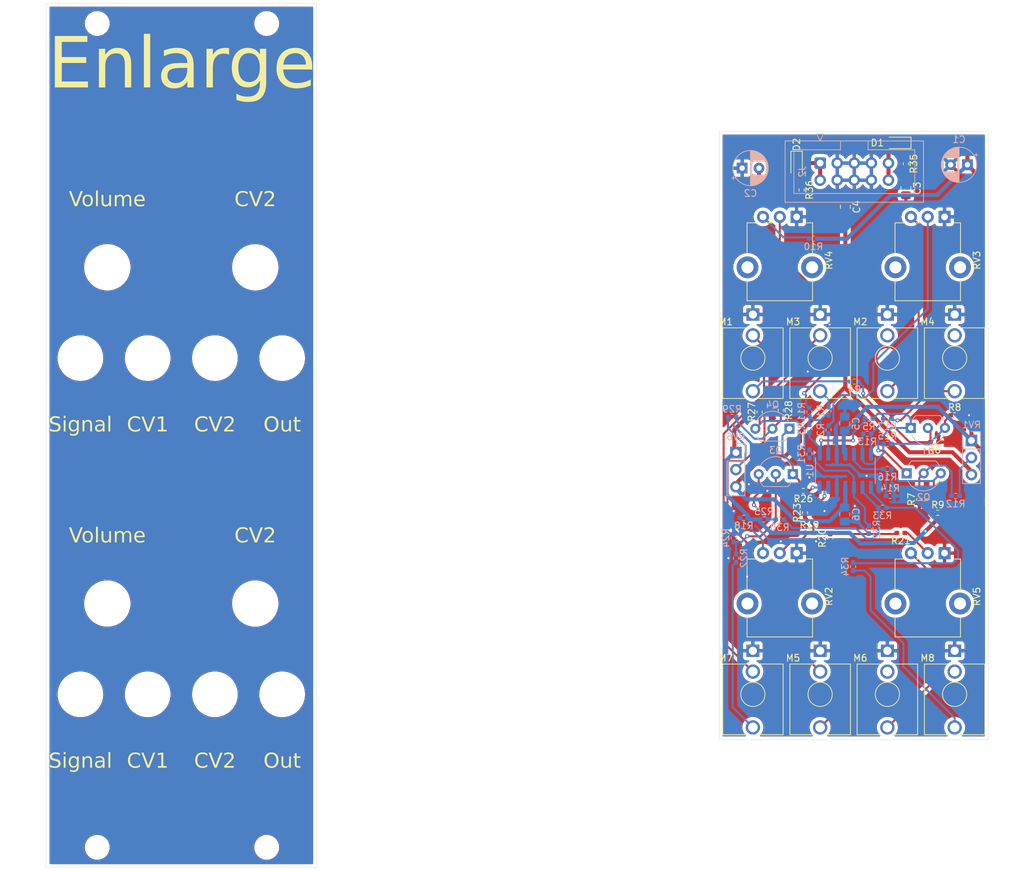
<source format=kicad_pcb>
(kicad_pcb
	(version 20241229)
	(generator "pcbnew")
	(generator_version "9.0")
	(general
		(thickness 1.6)
		(legacy_teardrops no)
	)
	(paper "A4")
	(layers
		(0 "F.Cu" signal)
		(2 "B.Cu" signal)
		(9 "F.Adhes" user "F.Adhesive")
		(11 "B.Adhes" user "B.Adhesive")
		(13 "F.Paste" user)
		(15 "B.Paste" user)
		(5 "F.SilkS" user "F.Silkscreen")
		(7 "B.SilkS" user "B.Silkscreen")
		(1 "F.Mask" user)
		(3 "B.Mask" user)
		(17 "Dwgs.User" user "User.Drawings")
		(19 "Cmts.User" user "User.Comments")
		(21 "Eco1.User" user "User.Eco1")
		(23 "Eco2.User" user "User.Eco2")
		(25 "Edge.Cuts" user)
		(27 "Margin" user)
		(31 "F.CrtYd" user "F.Courtyard")
		(29 "B.CrtYd" user "B.Courtyard")
		(35 "F.Fab" user)
		(33 "B.Fab" user)
		(39 "User.1" user)
		(41 "User.2" user)
		(43 "User.3" user)
		(45 "User.4" user)
		(47 "User.5" user)
		(49 "User.6" user)
		(51 "User.7" user)
		(53 "User.8" user)
		(55 "User.9" user)
	)
	(setup
		(pad_to_mask_clearance 0)
		(allow_soldermask_bridges_in_footprints no)
		(tenting front back)
		(pcbplotparams
			(layerselection 0x00000000_00000000_55555555_5755f5ff)
			(plot_on_all_layers_selection 0x00000000_00000000_00000000_00000000)
			(disableapertmacros no)
			(usegerberextensions no)
			(usegerberattributes yes)
			(usegerberadvancedattributes yes)
			(creategerberjobfile yes)
			(dashed_line_dash_ratio 12.000000)
			(dashed_line_gap_ratio 3.000000)
			(svgprecision 4)
			(plotframeref no)
			(mode 1)
			(useauxorigin no)
			(hpglpennumber 1)
			(hpglpenspeed 20)
			(hpglpendiameter 15.000000)
			(pdf_front_fp_property_popups yes)
			(pdf_back_fp_property_popups yes)
			(pdf_metadata yes)
			(pdf_single_document no)
			(dxfpolygonmode yes)
			(dxfimperialunits yes)
			(dxfusepcbnewfont yes)
			(psnegative no)
			(psa4output no)
			(plot_black_and_white yes)
			(sketchpadsonfab no)
			(plotpadnumbers no)
			(hidednponfab no)
			(sketchdnponfab yes)
			(crossoutdnponfab yes)
			(subtractmaskfromsilk no)
			(outputformat 1)
			(mirror no)
			(drillshape 1)
			(scaleselection 1)
			(outputdirectory "")
		)
	)
	(net 0 "")
	(net 1 "GND")
	(net 2 "Net-(M1-PadT)")
	(net 3 "Net-(M2-PadT)")
	(net 4 "unconnected-(M2-PadTN)")
	(net 5 "Net-(M3-PadT)")
	(net 6 "Net-(Q1-E)")
	(net 7 "Net-(Q1-B)")
	(net 8 "Net-(Q1-C)")
	(net 9 "Net-(Q2-B)")
	(net 10 "Net-(Q2-C)")
	(net 11 "Net-(U1A--)")
	(net 12 "Net-(R2-Pad1)")
	(net 13 "Net-(R3-Pad2)")
	(net 14 "+12V")
	(net 15 "Net-(R10-Pad1)")
	(net 16 "Net-(M4-PadT)")
	(net 17 "unconnected-(M4-PadTN)")
	(net 18 "Net-(M5-PadT)")
	(net 19 "Net-(M6-PadT)")
	(net 20 "unconnected-(M6-PadTN)")
	(net 21 "Net-(M7-PadT)")
	(net 22 "Net-(M8-PadT)")
	(net 23 "unconnected-(M8-PadTN)")
	(net 24 "Net-(Q3-E)")
	(net 25 "Net-(Q3-B)")
	(net 26 "Net-(Q3-C)")
	(net 27 "Net-(Q4-B)")
	(net 28 "Net-(Q4-C)")
	(net 29 "Net-(R11-Pad1)")
	(net 30 "Net-(R12-Pad2)")
	(net 31 "Net-(U1B--)")
	(net 32 "Net-(R13-Pad2)")
	(net 33 "Net-(U1B-+)")
	(net 34 "Net-(R18-Pad1)")
	(net 35 "Net-(R19-Pad1)")
	(net 36 "Net-(U1C--)")
	(net 37 "Net-(R21-Pad1)")
	(net 38 "Net-(R23-Pad2)")
	(net 39 "Net-(R29-Pad2)")
	(net 40 "Net-(U1D--)")
	(net 41 "Net-(R33-Pad2)")
	(net 42 "Net-(D1-K)")
	(net 43 "Net-(D1-A)")
	(net 44 "Net-(D2-K)")
	(net 45 "Net-(D2-A)")
	(net 46 "Net-(M1-PadTN)")
	(net 47 "Net-(M3-PadTN)")
	(net 48 "-12V")
	(net 49 "Net-(U1C-+)")
	(footprint "SynthMages:Jack_3.5mm_QingPu_WQP-PJ398SM_Vertical_CircularHoles_Socket_Centered" (layer "F.Cu") (at 175 143.75))
	(footprint "Diode_SMD:D_SOD-323_HandSoldering" (layer "F.Cu") (at 176.5 61.75 180))
	(footprint (layer "F.Cu") (at 57.5 44))
	(footprint "SynthMages:eurorack_rail_hole" (layer "F.Cu") (at 57.5 166.5))
	(footprint "Diode_SMD:D_SOD-323_HandSoldering" (layer "F.Cu") (at 161.5 65 -90))
	(footprint "Resistor_SMD:R_0402_1005Metric_Pad0.72x0.64mm_HandSolder" (layer "F.Cu") (at 156 101.75 90))
	(footprint "SynthMages:Potentiometer_Alpha_RD901F-40-00D_Single_Vertical_CircularHoles_Shaft_Centered" (layer "F.Cu") (at 181 130.25 -90))
	(footprint "Resistor_SMD:R_0402_1005Metric_Pad0.72x0.64mm_HandSolder" (layer "F.Cu") (at 179.75 114.75 90))
	(footprint "SynthMages:6.3mm_NPTH_MAXJLC_MIN_RING" (layer "F.Cu") (at 85 93.75))
	(footprint "SynthMages:Jack_3.5mm_QingPu_WQP-PJ398SM_Vertical_CircularHoles_Socket_Centered" (layer "F.Cu") (at 165 93.75))
	(footprint "SynthMages:6.3mm_NPTH_MAXJLC_MIN_RING" (layer "F.Cu") (at 65 93.75))
	(footprint "SynthMages:eurorack_rail_hole" (layer "F.Cu") (at 82.7 44))
	(footprint "SynthMages:6.3mm_NPTH_MAXJLC_MIN_RING" (layer "F.Cu") (at 85 143.75))
	(footprint "SynthMages:Jack_3.5mm_QingPu_WQP-PJ398SM_Vertical_CircularHoles_Socket_Centered" (layer "F.Cu") (at 185 93.75))
	(footprint "Resistor_SMD:R_0402_1005Metric_Pad0.72x0.64mm_HandSolder" (layer "F.Cu") (at 159.15 101.5 -90))
	(footprint "Resistor_SMD:R_0402_1005Metric_Pad0.72x0.64mm_HandSolder" (layer "F.Cu") (at 185 102.25))
	(footprint "Resistor_SMD:R_0402_1005Metric_Pad0.72x0.64mm_HandSolder" (layer "F.Cu") (at 166.5 120.5 90))
	(footprint "SynthMages:6.3mm_NPTH_MAXJLC_MIN_RING" (layer "F.Cu") (at 75 93.75))
	(footprint "Resistor_SMD:R_0402_1005Metric_Pad0.72x0.64mm_HandSolder" (layer "F.Cu") (at 162.75 116.75 90))
	(footprint "Resistor_SMD:R_0402_1005Metric_Pad0.72x0.64mm_HandSolder" (layer "F.Cu") (at 177.75 64.8475 -90))
	(footprint "SynthMages:6.3mm_NPTH_MAXJLC_MIN_RING" (layer "F.Cu") (at 75 143.75))
	(footprint "Resistor_SMD:R_0402_1005Metric_Pad0.72x0.64mm_HandSolder" (layer "F.Cu") (at 162.25 68.75 -90))
	(footprint "SynthMages:Potentiometer_Alpha_RD901F-40-00D_Single_Vertical_CircularHoles_Shaft_Centered" (layer "F.Cu") (at 181 80.25 -90))
	(footprint "SynthMages:Jack_3.5mm_QingPu_WQP-PJ398SM_Vertical_CircularHoles_Socket_Centered" (layer "F.Cu") (at 185 143.75))
	(footprint "MountingHole:MountingHole_6.4mm_M6" (layer "F.Cu") (at 59 80.25))
	(footprint "Resistor_SMD:R_0402_1005Metric_Pad0.72x0.64mm_HandSolder" (layer "F.Cu") (at 182.5 116.75))
	(footprint "SynthMages:6.3mm_NPTH_MAXJLC_MIN_RING" (layer "F.Cu") (at 55 93.75))
	(footprint "Resistor_SMD:R_0402_1005Metric_Pad0.72x0.64mm_HandSolder" (layer "F.Cu") (at 177 119.75 180))
	(footprint "Capacitor_SMD:C_0805_2012Metric_Pad1.18x1.45mm_HandSolder" (layer "F.Cu") (at 177.75 68.5 -90))
	(footprint "SynthMages:eurorack_rail_hole" (layer "F.Cu") (at 82.7 166.5))
	(footprint "Resistor_SMD:R_0402_1005Metric_Pad0.72x0.64mm_HandSolder" (layer "F.Cu") (at 182 106.25 180))
	(footprint "Resistor_SMD:R_0402_1005Metric_Pad0.72x0.64mm_HandSolder" (layer "F.Cu") (at 163.4 119.75))
	(footprint "SynthMages:6.3mm_NPTH_MAXJLC_MIN_RING" (layer "F.Cu") (at 55 143.75))
	(footprint "SynthMages:Jack_3.5mm_QingPu_WQP-PJ398SM_Vertical_CircularHoles_Socket_Centered" (layer "F.Cu") (at 175 93.75))
	(footprint "Capacitor_SMD:C_0805_2012Metric_Pad1.18x1.45mm_HandSolder" (layer "F.Cu") (at 168.75 71.25 -90))
	(footprint "MountingHole:MountingHole_6.4mm_M6" (layer "F.Cu") (at 59 130.25))
	(footprint "SynthMages:Potentiometer_Alpha_RD901F-40-00D_Single_Vertical_CircularHoles_Shaft_Centered" (layer "F.Cu") (at 159 130.25 -90))
	(footprint "MountingHole:MountingHole_6.4mm_M6" (layer "F.Cu") (at 81 130.25))
	(footprint "SynthMages:Jack_3.5mm_QingPu_WQP-PJ398SM_Vertical_CircularHoles_Socket_Centered" (layer "F.Cu") (at 155 93.75))
	(footprint "SynthMages:Potentiometer_Alpha_RD901F-40-00D_Single_Vertical_CircularHoles_Shaft_Centered" (layer "F.Cu") (at 159 80.25 -90))
	(footprint "SynthMages:6.3mm_NPTH_MAXJLC_MIN_RING" (layer "F.Cu") (at 65 143.75))
	(footprint "SynthMages:Jack_3.5mm_QingPu_WQP-PJ398SM_Vertical_CircularHoles_Socket_Centered" (layer "F.Cu") (at 155 143.75))
	(footprint "MountingHole:MountingHole_6.4mm_M6" (layer "F.Cu") (at 81 80.25))
	(footprint "Resistor_SMD:R_0402_1005Metric_Pad0.72x0.64mm_HandSolder" (layer "F.Cu") (at 162.4975 113.5 180))
	(footprint "SynthMages:Jack_3.5mm_QingPu_WQP-PJ398SM_Vertical_CircularHoles_Socket_Centered" (layer "F.Cu") (at 165 143.75))
	(footprint "Resistor_SMD:R_0402_1005Metric_Pad0.72x0.64mm_HandSolder" (layer "B.Cu") (at 169.9 124.75 -90))
	(footprint "Package_TO_SOT_THT:TO-92_Inline_Wide"
		(layer "B.Cu")
		(uuid "0f47be3d-94ca-428d-b81d-30ac8c3b398b")
		(at 160.44 104.25 180)
		(descr "TO-92 leads in-line, wide, drill 0.75mm (see NXP sot054_po.pdf)")
		(tags "to-92 sc-43 sc-43a sot54 PA33 transistor")
		(property "Reference" "Q4"
			(at 2.54 3.56 0)
			(layer "B.SilkS")
			(uuid "eb3cc516-1c6b-4b12-a123-9eecbb3307c1")
			(effects
				(font
					(size 1 1)
					(thickness 0.15)
				)
				(justify mirror)
			)
		)
		(property "Value" "2N3904"
			(at 2.54 -2.79 0)
			(layer "B.Fab")
			(uuid "5a8e24f6-99cb-4606-abfe-17b37d756d7b")
			(effects
				(font
					(size 1 1)
					(thickness 0.15)
				)
				(justify mirror)
			)
		)
		(property "Datasheet" "https://www.onsemi.com/pub/Collateral/2N3903-D.PDF"
			(at 0 0 180)
			(layer "F.Fab")
			(hide yes)
			(uuid "81fb237f-b6f8-4c6e-a755-2e0597bd7742")
			(effects
				(font
					(size 1.27 1.27)
					(thickness 0.15)
				)
			)
		)
		(property "Description" ""
			(at 0 0 180)
			(layer "F.Fab")
			(hide yes)
			(uuid "aab10ca8-ed14-4116-a74d-45fd3a8597cc")
			(effects
				(font
					(size 1.27 1.27)
					(thickness 0.15)
				)
			)
		)
		(property ki_fp_filters "TO?92*")
		(path "/bf0a76b9-8ccc-47c9-8126-3085a9f06873")
		(sheetname "Root")
		(sheetfile "Enlarge.kicad_sch")
		(attr through_hole)
		(fp_line
			(start 4.34 -1.85)
			(end 0.74 -1.85)
			(stroke
				(width 0.12)
				(type solid)
			)
			(layer "B.SilkS")
			(uuid "bd3c862e-27e1-42d4-a22b-e5c3305ace70")
		)
		(fp_arc
			(start 4.8964 1.098807)
			(mid 3.936979 2.192817)
			(end 2.54 2.6)
			(stroke
				(width 0.12)
				(type solid)
			)
			(layer "B.SilkS")
			(uuid "dd04d7f2-bdb2-48c3-8378-f982c4cab83d")
		)
		(fp_arc
			(start 4.34 -1.85)
			(mid 4.633903 -1.509328)
			(end 4.864184 -1.122795)
			(stroke
				(width 0.12)
				(type solid)
			)
			(layer "B.SilkS")
			(uuid "53d785d2-2319-49c8-bc6b-0e34935721a9")
		)
		(fp_arc
			(start 2.54 2.6)
			(mid 1.143021 2.192818)
			(end 0.1836 1.098807)
			(stroke
				(width 0.12)
				(type solid)
			)
			(layer "B.SilkS")
			(uuid "71245064-b0d7-42e8-96d8-9f869be88820")
		)
		(fp_arc
			(start 0.215816 -1.122795)
			(mid 0.446097 -1.509328)
			(end 0.74 -1.85)
			(stroke
				(width 0.12)
				(type solid)
			)
			(layer "B.SilkS")
			(uuid "d3d639c2-8d12-4e0b-b8ef-15d351d7386c")
		)
		(fp_line
			(start 6.09 2.73)
			(end 6.09 -2.01)
			(stroke
				(width 0.05)
				(type solid)
			)
			(layer "B.CrtYd")
			(uuid "a38fc5f5-bbc9-4e75-948d-bb1012ce25a5")
		)
		(fp_line
			(start 6.09 2.
... [780672 chars truncated]
</source>
